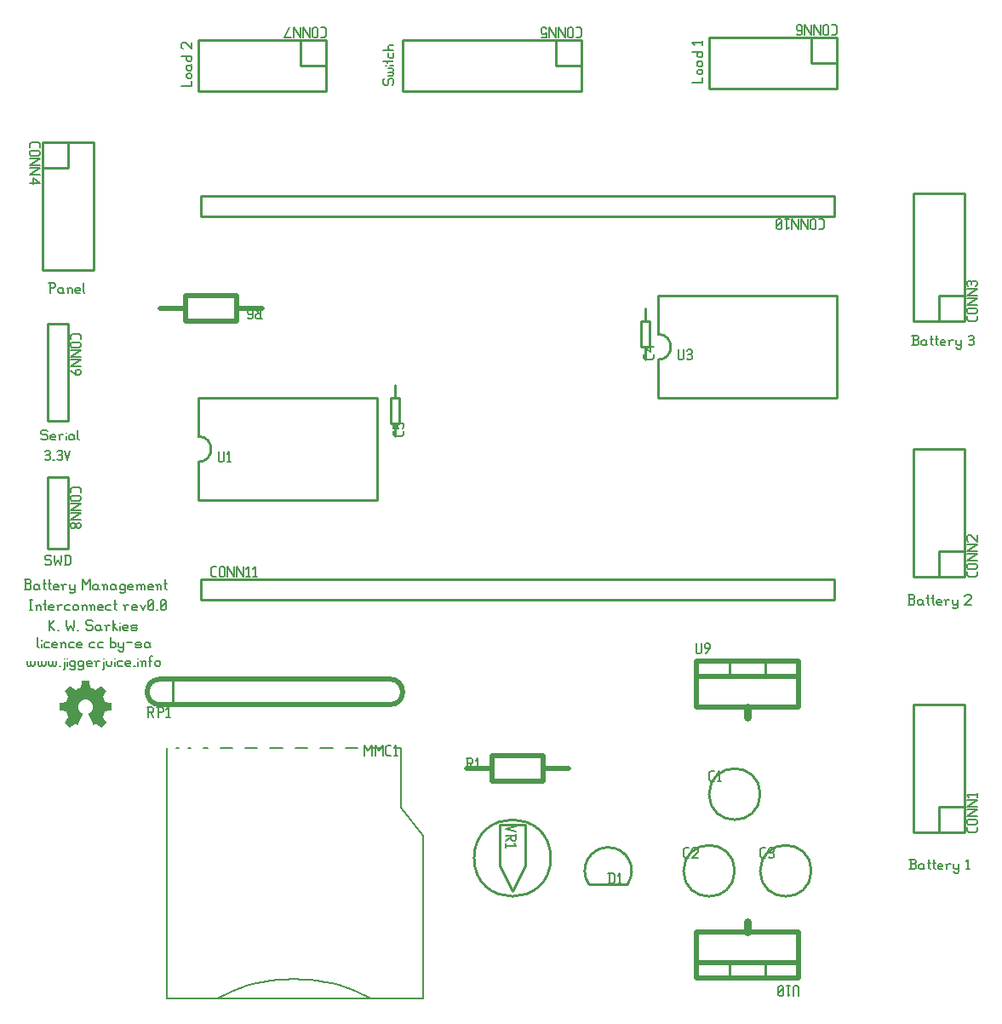
<source format=gto>
G04 start of page 8 for group -4079 idx -4079 *
G04 Title: (unknown), topsilk *
G04 Creator: pcb 20110918 *
G04 CreationDate: Sat 26 Apr 2014 10:08:02 GMT UTC *
G04 For: ksarkies *
G04 Format: Gerber/RS-274X *
G04 PCB-Dimensions: 390000 390000 *
G04 PCB-Coordinate-Origin: lower left *
%MOIN*%
%FSLAX25Y25*%
%LNTOPSILK*%
%ADD102C,0.0079*%
%ADD101C,0.0300*%
%ADD100C,0.0100*%
%ADD99C,0.0200*%
%ADD98C,0.0060*%
%ADD97C,0.0001*%
G54D97*G36*
X29577Y124414D02*X32154D01*
X32237Y124382D01*
X32284Y124306D01*
X32333Y124067D01*
X32377Y123845D01*
X32768Y121713D01*
X32815Y121625D01*
X32898Y121567D01*
X33001Y121523D01*
X33791Y121252D01*
X34541Y120894D01*
X34547D01*
X34634Y120856D01*
X34731Y120842D01*
X34829Y120873D01*
X36602Y122092D01*
X36793Y122217D01*
X36994Y122353D01*
X37080Y122378D01*
X37162Y122342D01*
X37493Y122012D01*
X37997Y121512D01*
X38155Y121349D01*
X38654Y120851D01*
X38816Y120694D01*
X38984Y120520D01*
X39023Y120435D01*
X39001Y120346D01*
X38865Y120145D01*
X38736Y119955D01*
X37547Y118219D01*
X37515Y118127D01*
X37530Y118030D01*
X37575Y117931D01*
X38258Y116325D01*
X38295Y116234D01*
X38358Y116156D01*
X38448Y116109D01*
X40487Y115728D01*
X40711Y115685D01*
X40954Y115642D01*
X41029Y115595D01*
X41058Y115512D01*
Y112935D01*
X41029Y112846D01*
X40954Y112799D01*
X40711Y112756D01*
X40487Y112713D01*
X38508Y112344D01*
X38420Y112296D01*
X38366Y112213D01*
X38338Y112153D01*
Y112142D01*
X37623Y110369D01*
X37618Y110357D01*
X37601Y110314D01*
X37584Y110213D01*
X37612Y110119D01*
X38741Y108487D01*
X38865Y108296D01*
X39006Y108095D01*
X39025Y108009D01*
X38984Y107927D01*
X38816Y107748D01*
X38654Y107591D01*
X37336Y106273D01*
X37162Y106105D01*
X37080Y106064D01*
X36994Y106082D01*
X36793Y106224D01*
X36602Y106348D01*
X35008Y107445D01*
X34909Y107474D01*
X34812Y107455D01*
X34481Y107271D01*
X34287Y107162D01*
X33940Y106984D01*
X33855Y106978D01*
X33793Y107038D01*
X33647Y107395D01*
X33559Y107602D01*
X32176Y110960D01*
X32088Y111166D01*
X31991Y111399D01*
X31987Y111494D01*
X32040Y111567D01*
X32263Y111698D01*
X32404Y111806D01*
X32940Y112252D01*
X33355Y112816D01*
X33622Y113475D01*
X33716Y114205D01*
X33658Y114780D01*
X33493Y115314D01*
X33230Y115799D01*
X32881Y116221D01*
X32461Y116570D01*
X31977Y116834D01*
X31443Y116999D01*
X30869Y117057D01*
X30294Y116999D01*
X29759Y116834D01*
X29276Y116570D01*
X28854Y116221D01*
X28506Y115799D01*
X28244Y115314D01*
X28079Y114780D01*
X28020Y114205D01*
X28113Y113475D01*
X28380Y112816D01*
X28794Y112252D01*
X29333Y111806D01*
X29469Y111698D01*
X29691Y111567D01*
X29745Y111494D01*
X29740Y111399D01*
X29643Y111166D01*
X29555Y110960D01*
X28172Y107602D01*
X28086Y107395D01*
X27938Y107038D01*
X27877Y106978D01*
X27793Y106984D01*
X27451Y107162D01*
X27250Y107271D01*
X26919Y107455D01*
X26820Y107474D01*
X26723Y107445D01*
X25129Y106348D01*
X24944Y106224D01*
X24738Y106082D01*
X24651Y106064D01*
X24569Y106105D01*
X24395Y106273D01*
X24238Y106435D01*
X23740Y106934D01*
X23577Y107092D01*
X23077Y107591D01*
X22915Y107748D01*
X22747Y107927D01*
X22708Y108009D01*
X22730Y108095D01*
X22866Y108296D01*
X22997Y108487D01*
X24119Y110119D01*
X24147Y110213D01*
X24130Y110314D01*
X24108Y110374D01*
X23398Y112148D01*
X23365Y112213D01*
X23311Y112296D01*
X23225Y112344D01*
X21244Y112713D01*
X21022Y112756D01*
X20783Y112799D01*
X20704Y112849D01*
X20675Y112935D01*
Y115512D01*
X20704Y115595D01*
X20783Y115642D01*
X21022Y115691D01*
X21244Y115728D01*
X23284Y116109D01*
X23373Y116156D01*
X23436Y116239D01*
X23473Y116325D01*
X24162Y117931D01*
X24201Y118030D01*
X24218Y118127D01*
X24190Y118219D01*
X22997Y119960D01*
X22866Y120145D01*
X22730Y120346D01*
X22708Y120435D01*
X22747Y120520D01*
X22915Y120694D01*
X23077Y120851D01*
X24569Y122342D01*
X24651Y122378D01*
X24738Y122359D01*
X24944Y122223D01*
X25129Y122092D01*
X26902Y120873D01*
X27000Y120844D01*
X27098Y120862D01*
X27184Y120894D01*
X27195Y120899D01*
X27941Y121253D01*
X28731Y121528D01*
X28834Y121567D01*
X28918Y121625D01*
X28963Y121713D01*
X29361Y123845D01*
X29398Y124067D01*
X29447Y124306D01*
X29494Y124382D01*
X29577Y124414D01*
G37*
G54D98*X15440Y222530D02*X15925Y222045D01*
X13985Y222530D02*X15440D01*
X13500Y222045D02*X13985Y222530D01*
X13500Y222045D02*Y221075D01*
X13985Y220590D01*
X15440D01*
X15925Y220105D01*
Y219135D01*
X15440Y218650D02*X15925Y219135D01*
X13985Y218650D02*X15440D01*
X13500Y219135D02*X13985Y218650D01*
X17574D02*X19029D01*
X17089Y219135D02*X17574Y218650D01*
X17089Y220105D02*Y219135D01*
Y220105D02*X17574Y220590D01*
X18544D01*
X19029Y220105D01*
X17089Y219620D02*X19029D01*
Y220105D02*Y219620D01*
X20678Y220105D02*Y218650D01*
Y220105D02*X21163Y220590D01*
X22133D01*
X20193D02*X20678Y220105D01*
X23297Y221560D02*Y221463D01*
Y220105D02*Y218650D01*
X25722Y220590D02*X26207Y220105D01*
X24752Y220590D02*X25722D01*
X24267Y220105D02*X24752Y220590D01*
X24267Y220105D02*Y219135D01*
X24752Y218650D01*
X26207Y220590D02*Y219135D01*
X26692Y218650D01*
X24752D02*X25722D01*
X26207Y219135D01*
X27856Y222530D02*Y219135D01*
X28341Y218650D01*
X15000Y214045D02*X15485Y214530D01*
X16455D01*
X16940Y214045D01*
X16455Y210650D02*X16940Y211135D01*
X15485Y210650D02*X16455D01*
X15000Y211135D02*X15485Y210650D01*
Y212784D02*X16455D01*
X16940Y214045D02*Y213269D01*
Y212299D02*Y211135D01*
Y212299D02*X16455Y212784D01*
X16940Y213269D02*X16455Y212784D01*
X18104Y210650D02*X18589D01*
X19753Y214045D02*X20238Y214530D01*
X21208D01*
X21693Y214045D01*
X21208Y210650D02*X21693Y211135D01*
X20238Y210650D02*X21208D01*
X19753Y211135D02*X20238Y210650D01*
Y212784D02*X21208D01*
X21693Y214045D02*Y213269D01*
Y212299D02*Y211135D01*
Y212299D02*X21208Y212784D01*
X21693Y213269D02*X21208Y212784D01*
X22857Y214530D02*X23827Y210650D01*
X24797Y214530D01*
X16985Y280030D02*Y276150D01*
X16500Y280030D02*X18440D01*
X18925Y279545D01*
Y278575D01*
X18440Y278090D02*X18925Y278575D01*
X16985Y278090D02*X18440D01*
X21544D02*X22029Y277605D01*
X20574Y278090D02*X21544D01*
X20089Y277605D02*X20574Y278090D01*
X20089Y277605D02*Y276635D01*
X20574Y276150D01*
X22029Y278090D02*Y276635D01*
X22514Y276150D01*
X20574D02*X21544D01*
X22029Y276635D01*
X24163Y277605D02*Y276150D01*
Y277605D02*X24648Y278090D01*
X25133D01*
X25618Y277605D01*
Y276150D01*
X23678Y278090D02*X24163Y277605D01*
X27267Y276150D02*X28722D01*
X26782Y276635D02*X27267Y276150D01*
X26782Y277605D02*Y276635D01*
Y277605D02*X27267Y278090D01*
X28237D01*
X28722Y277605D01*
X26782Y277120D02*X28722D01*
Y277605D02*Y277120D01*
X29886Y280030D02*Y276635D01*
X30371Y276150D01*
X68470Y357000D02*X72350D01*
Y358940D02*Y357000D01*
X70895Y360104D02*X71865D01*
X70895D02*X70410Y360589D01*
Y361559D02*Y360589D01*
Y361559D02*X70895Y362044D01*
X71865D01*
X72350Y361559D02*X71865Y362044D01*
X72350Y361559D02*Y360589D01*
X71865Y360104D02*X72350Y360589D01*
X70410Y364663D02*X70895Y365148D01*
X70410Y364663D02*Y363693D01*
X70895Y363208D02*X70410Y363693D01*
X70895Y363208D02*X71865D01*
X72350Y363693D01*
X70410Y365148D02*X71865D01*
X72350Y365633D01*
Y364663D02*Y363693D01*
Y364663D02*X71865Y365148D01*
X68470Y368737D02*X72350D01*
Y368252D02*X71865Y368737D01*
X72350Y368252D02*Y367282D01*
X71865Y366797D02*X72350Y367282D01*
X70895Y366797D02*X71865D01*
X70895D02*X70410Y367282D01*
Y368252D02*Y367282D01*
Y368252D02*X70895Y368737D01*
X68955Y371647D02*X68470Y372132D01*
Y373587D02*Y372132D01*
Y373587D02*X68955Y374072D01*
X69925D01*
X72350Y371647D02*X69925Y374072D01*
X72350D02*Y371647D01*
X354500Y255650D02*X356440D01*
X356925Y256135D01*
Y257299D02*Y256135D01*
X356440Y257784D02*X356925Y257299D01*
X354985Y257784D02*X356440D01*
X354985Y259530D02*Y255650D01*
X354500Y259530D02*X356440D01*
X356925Y259045D01*
Y258269D01*
X356440Y257784D02*X356925Y258269D01*
X359544Y257590D02*X360029Y257105D01*
X358574Y257590D02*X359544D01*
X358089Y257105D02*X358574Y257590D01*
X358089Y257105D02*Y256135D01*
X358574Y255650D01*
X360029Y257590D02*Y256135D01*
X360514Y255650D01*
X358574D02*X359544D01*
X360029Y256135D01*
X362163Y259530D02*Y256135D01*
X362648Y255650D01*
X361678Y258075D02*X362648D01*
X364103Y259530D02*Y256135D01*
X364588Y255650D01*
X363618Y258075D02*X364588D01*
X366043Y255650D02*X367498D01*
X365558Y256135D02*X366043Y255650D01*
X365558Y257105D02*Y256135D01*
Y257105D02*X366043Y257590D01*
X367013D01*
X367498Y257105D01*
X365558Y256620D02*X367498D01*
Y257105D02*Y256620D01*
X369147Y257105D02*Y255650D01*
Y257105D02*X369632Y257590D01*
X370602D01*
X368662D02*X369147Y257105D01*
X371766Y257590D02*Y256135D01*
X372251Y255650D01*
X373706Y257590D02*Y254680D01*
X373221Y254195D02*X373706Y254680D01*
X372251Y254195D02*X373221D01*
X371766Y254680D02*X372251Y254195D01*
Y255650D02*X373221D01*
X373706Y256135D01*
X376616Y259045D02*X377101Y259530D01*
X378071D01*
X378556Y259045D01*
X378071Y255650D02*X378556Y256135D01*
X377101Y255650D02*X378071D01*
X376616Y256135D02*X377101Y255650D01*
Y257784D02*X378071D01*
X378556Y259045D02*Y258269D01*
Y257299D02*Y256135D01*
Y257299D02*X378071Y257784D01*
X378556Y258269D02*X378071Y257784D01*
X353000Y154150D02*X354940D01*
X355425Y154635D01*
Y155799D02*Y154635D01*
X354940Y156284D02*X355425Y155799D01*
X353485Y156284D02*X354940D01*
X353485Y158030D02*Y154150D01*
X353000Y158030D02*X354940D01*
X355425Y157545D01*
Y156769D01*
X354940Y156284D02*X355425Y156769D01*
X358044Y156090D02*X358529Y155605D01*
X357074Y156090D02*X358044D01*
X356589Y155605D02*X357074Y156090D01*
X356589Y155605D02*Y154635D01*
X357074Y154150D01*
X358529Y156090D02*Y154635D01*
X359014Y154150D01*
X357074D02*X358044D01*
X358529Y154635D01*
X360663Y158030D02*Y154635D01*
X361148Y154150D01*
X360178Y156575D02*X361148D01*
X362603Y158030D02*Y154635D01*
X363088Y154150D01*
X362118Y156575D02*X363088D01*
X364543Y154150D02*X365998D01*
X364058Y154635D02*X364543Y154150D01*
X364058Y155605D02*Y154635D01*
Y155605D02*X364543Y156090D01*
X365513D01*
X365998Y155605D01*
X364058Y155120D02*X365998D01*
Y155605D02*Y155120D01*
X367647Y155605D02*Y154150D01*
Y155605D02*X368132Y156090D01*
X369102D01*
X367162D02*X367647Y155605D01*
X370266Y156090D02*Y154635D01*
X370751Y154150D01*
X372206Y156090D02*Y153180D01*
X371721Y152695D02*X372206Y153180D01*
X370751Y152695D02*X371721D01*
X370266Y153180D02*X370751Y152695D01*
Y154150D02*X371721D01*
X372206Y154635D01*
X375116Y157545D02*X375601Y158030D01*
X377056D01*
X377541Y157545D01*
Y156575D01*
X375116Y154150D02*X377541Y156575D01*
X375116Y154150D02*X377541D01*
X353500Y50650D02*X355440D01*
X355925Y51135D01*
Y52299D02*Y51135D01*
X355440Y52784D02*X355925Y52299D01*
X353985Y52784D02*X355440D01*
X353985Y54530D02*Y50650D01*
X353500Y54530D02*X355440D01*
X355925Y54045D01*
Y53269D01*
X355440Y52784D02*X355925Y53269D01*
X358544Y52590D02*X359029Y52105D01*
X357574Y52590D02*X358544D01*
X357089Y52105D02*X357574Y52590D01*
X357089Y52105D02*Y51135D01*
X357574Y50650D01*
X359029Y52590D02*Y51135D01*
X359514Y50650D01*
X357574D02*X358544D01*
X359029Y51135D01*
X361163Y54530D02*Y51135D01*
X361648Y50650D01*
X360678Y53075D02*X361648D01*
X363103Y54530D02*Y51135D01*
X363588Y50650D01*
X362618Y53075D02*X363588D01*
X365043Y50650D02*X366498D01*
X364558Y51135D02*X365043Y50650D01*
X364558Y52105D02*Y51135D01*
Y52105D02*X365043Y52590D01*
X366013D01*
X366498Y52105D01*
X364558Y51620D02*X366498D01*
Y52105D02*Y51620D01*
X368147Y52105D02*Y50650D01*
Y52105D02*X368632Y52590D01*
X369602D01*
X367662D02*X368147Y52105D01*
X370766Y52590D02*Y51135D01*
X371251Y50650D01*
X372706Y52590D02*Y49680D01*
X372221Y49195D02*X372706Y49680D01*
X371251Y49195D02*X372221D01*
X370766Y49680D02*X371251Y49195D01*
Y50650D02*X372221D01*
X372706Y51135D01*
X375616Y53754D02*X376392Y54530D01*
Y50650D01*
X375616D02*X377071D01*
X147470Y359440D02*X147955Y359925D01*
X147470Y359440D02*Y357985D01*
X147955Y357500D02*X147470Y357985D01*
X147955Y357500D02*X148925D01*
X149410Y357985D01*
Y359440D02*Y357985D01*
Y359440D02*X149895Y359925D01*
X150865D01*
X151350Y359440D02*X150865Y359925D01*
X151350Y359440D02*Y357985D01*
X150865Y357500D02*X151350Y357985D01*
X149410Y361089D02*X150865D01*
X151350Y361574D01*
Y362059D02*Y361574D01*
Y362059D02*X150865Y362544D01*
X149410D02*X150865D01*
X151350Y363029D01*
Y363514D02*Y363029D01*
Y363514D02*X150865Y363999D01*
X149410D02*X150865D01*
X148440Y365163D02*X148537D01*
X149895D02*X151350D01*
X147470Y366618D02*X150865D01*
X151350Y367103D01*
X148925D02*Y366133D01*
X149410Y370013D02*Y368558D01*
X149895Y368073D02*X149410Y368558D01*
X149895Y368073D02*X150865D01*
X151350Y368558D01*
Y370013D02*Y368558D01*
X147470Y371177D02*X151350D01*
X149895D02*X149410Y371662D01*
Y372632D02*Y371662D01*
Y372632D02*X149895Y373117D01*
X151350D01*
X268470Y358500D02*X272350D01*
Y360440D02*Y358500D01*
X270895Y361604D02*X271865D01*
X270895D02*X270410Y362089D01*
Y363059D02*Y362089D01*
Y363059D02*X270895Y363544D01*
X271865D01*
X272350Y363059D02*X271865Y363544D01*
X272350Y363059D02*Y362089D01*
X271865Y361604D02*X272350Y362089D01*
X270410Y366163D02*X270895Y366648D01*
X270410Y366163D02*Y365193D01*
X270895Y364708D02*X270410Y365193D01*
X270895Y364708D02*X271865D01*
X272350Y365193D01*
X270410Y366648D02*X271865D01*
X272350Y367133D01*
Y366163D02*Y365193D01*
Y366163D02*X271865Y366648D01*
X268470Y370237D02*X272350D01*
Y369752D02*X271865Y370237D01*
X272350Y369752D02*Y368782D01*
X271865Y368297D02*X272350Y368782D01*
X270895Y368297D02*X271865D01*
X270895D02*X270410Y368782D01*
Y369752D02*Y368782D01*
Y369752D02*X270895Y370237D01*
X269246Y373147D02*X268470Y373923D01*
X272350D01*
Y374602D02*Y373147D01*
X7000Y160050D02*X8980D01*
X9475Y160545D01*
Y161733D02*Y160545D01*
X8980Y162228D02*X9475Y161733D01*
X7495Y162228D02*X8980D01*
X7495Y164010D02*Y160050D01*
X7000Y164010D02*X8980D01*
X9475Y163515D01*
Y162723D01*
X8980Y162228D02*X9475Y162723D01*
X12148Y162030D02*X12643Y161535D01*
X11158Y162030D02*X12148D01*
X10663Y161535D02*X11158Y162030D01*
X10663Y161535D02*Y160545D01*
X11158Y160050D01*
X12643Y162030D02*Y160545D01*
X13138Y160050D01*
X11158D02*X12148D01*
X12643Y160545D01*
X14821Y164010D02*Y160545D01*
X15316Y160050D01*
X14326Y162525D02*X15316D01*
X16801Y164010D02*Y160545D01*
X17296Y160050D01*
X16306Y162525D02*X17296D01*
X18781Y160050D02*X20266D01*
X18286Y160545D02*X18781Y160050D01*
X18286Y161535D02*Y160545D01*
Y161535D02*X18781Y162030D01*
X19771D01*
X20266Y161535D01*
X18286Y161040D02*X20266D01*
Y161535D02*Y161040D01*
X21949Y161535D02*Y160050D01*
Y161535D02*X22444Y162030D01*
X23434D01*
X21454D02*X21949Y161535D01*
X24622Y162030D02*Y160545D01*
X25117Y160050D01*
X26602Y162030D02*Y159060D01*
X26107Y158565D02*X26602Y159060D01*
X25117Y158565D02*X26107D01*
X24622Y159060D02*X25117Y158565D01*
Y160050D02*X26107D01*
X26602Y160545D01*
X29572Y164010D02*Y160050D01*
Y164010D02*X31057Y162030D01*
X32542Y164010D01*
Y160050D01*
X35215Y162030D02*X35710Y161535D01*
X34225Y162030D02*X35215D01*
X33730Y161535D02*X34225Y162030D01*
X33730Y161535D02*Y160545D01*
X34225Y160050D01*
X35710Y162030D02*Y160545D01*
X36205Y160050D01*
X34225D02*X35215D01*
X35710Y160545D01*
X37888Y161535D02*Y160050D01*
Y161535D02*X38383Y162030D01*
X38878D01*
X39373Y161535D01*
Y160050D01*
X37393Y162030D02*X37888Y161535D01*
X42046Y162030D02*X42541Y161535D01*
X41056Y162030D02*X42046D01*
X40561Y161535D02*X41056Y162030D01*
X40561Y161535D02*Y160545D01*
X41056Y160050D01*
X42541Y162030D02*Y160545D01*
X43036Y160050D01*
X41056D02*X42046D01*
X42541Y160545D01*
X45709Y162030D02*X46204Y161535D01*
X44719Y162030D02*X45709D01*
X44224Y161535D02*X44719Y162030D01*
X44224Y161535D02*Y160545D01*
X44719Y160050D01*
X45709D01*
X46204Y160545D01*
X44224Y159060D02*X44719Y158565D01*
X45709D01*
X46204Y159060D01*
Y162030D02*Y159060D01*
X47887Y160050D02*X49372D01*
X47392Y160545D02*X47887Y160050D01*
X47392Y161535D02*Y160545D01*
Y161535D02*X47887Y162030D01*
X48877D01*
X49372Y161535D01*
X47392Y161040D02*X49372D01*
Y161535D02*Y161040D01*
X51055Y161535D02*Y160050D01*
Y161535D02*X51550Y162030D01*
X52045D01*
X52540Y161535D01*
Y160050D01*
Y161535D02*X53035Y162030D01*
X53530D01*
X54025Y161535D01*
Y160050D01*
X50560Y162030D02*X51055Y161535D01*
X55708Y160050D02*X57193D01*
X55213Y160545D02*X55708Y160050D01*
X55213Y161535D02*Y160545D01*
Y161535D02*X55708Y162030D01*
X56698D01*
X57193Y161535D01*
X55213Y161040D02*X57193D01*
Y161535D02*Y161040D01*
X58876Y161535D02*Y160050D01*
Y161535D02*X59371Y162030D01*
X59866D01*
X60361Y161535D01*
Y160050D01*
X58381Y162030D02*X58876Y161535D01*
X62044Y164010D02*Y160545D01*
X62539Y160050D01*
X61549Y162525D02*X62539D01*
X9000Y156000D02*X10000D01*
X9500D02*Y152000D01*
X9000D02*X10000D01*
X11700Y153500D02*Y152000D01*
Y153500D02*X12200Y154000D01*
X12700D01*
X13200Y153500D01*
Y152000D01*
X11200Y154000D02*X11700Y153500D01*
X14900Y156000D02*Y152500D01*
X15400Y152000D01*
X14400Y154500D02*X15400D01*
X16900Y152000D02*X18400D01*
X16400Y152500D02*X16900Y152000D01*
X16400Y153500D02*Y152500D01*
Y153500D02*X16900Y154000D01*
X17900D01*
X18400Y153500D01*
X16400Y153000D02*X18400D01*
Y153500D02*Y153000D01*
X20100Y153500D02*Y152000D01*
Y153500D02*X20600Y154000D01*
X21600D01*
X19600D02*X20100Y153500D01*
X23300Y154000D02*X24800D01*
X22800Y153500D02*X23300Y154000D01*
X22800Y153500D02*Y152500D01*
X23300Y152000D01*
X24800D01*
X26000Y153500D02*Y152500D01*
Y153500D02*X26500Y154000D01*
X27500D01*
X28000Y153500D01*
Y152500D01*
X27500Y152000D02*X28000Y152500D01*
X26500Y152000D02*X27500D01*
X26000Y152500D02*X26500Y152000D01*
X29700Y153500D02*Y152000D01*
Y153500D02*X30200Y154000D01*
X30700D01*
X31200Y153500D01*
Y152000D01*
X29200Y154000D02*X29700Y153500D01*
X32900D02*Y152000D01*
Y153500D02*X33400Y154000D01*
X33900D01*
X34400Y153500D01*
Y152000D01*
X32400Y154000D02*X32900Y153500D01*
X36100Y152000D02*X37600D01*
X35600Y152500D02*X36100Y152000D01*
X35600Y153500D02*Y152500D01*
Y153500D02*X36100Y154000D01*
X37100D01*
X37600Y153500D01*
X35600Y153000D02*X37600D01*
Y153500D02*Y153000D01*
X39300Y154000D02*X40800D01*
X38800Y153500D02*X39300Y154000D01*
X38800Y153500D02*Y152500D01*
X39300Y152000D01*
X40800D01*
X42500Y156000D02*Y152500D01*
X43000Y152000D01*
X42000Y154500D02*X43000D01*
X46300Y153500D02*Y152000D01*
Y153500D02*X46800Y154000D01*
X47800D01*
X45800D02*X46300Y153500D01*
X49500Y152000D02*X51000D01*
X49000Y152500D02*X49500Y152000D01*
X49000Y153500D02*Y152500D01*
Y153500D02*X49500Y154000D01*
X50500D01*
X51000Y153500D01*
X49000Y153000D02*X51000D01*
Y153500D02*Y153000D01*
X52200Y154000D02*X53200Y152000D01*
X54200Y154000D02*X53200Y152000D01*
X55400Y152500D02*X55900Y152000D01*
X55400Y155500D02*Y152500D01*
Y155500D02*X55900Y156000D01*
X56900D01*
X57400Y155500D01*
Y152500D01*
X56900Y152000D02*X57400Y152500D01*
X55900Y152000D02*X56900D01*
X55400Y153000D02*X57400Y155000D01*
X58600Y152000D02*X59100D01*
X60300Y152500D02*X60800Y152000D01*
X60300Y155500D02*Y152500D01*
Y155500D02*X60800Y156000D01*
X61800D01*
X62300Y155500D01*
Y152500D01*
X61800Y152000D02*X62300Y152500D01*
X60800Y152000D02*X61800D01*
X60300Y153000D02*X62300Y155000D01*
X16940Y173530D02*X17425Y173045D01*
X15485Y173530D02*X16940D01*
X15000Y173045D02*X15485Y173530D01*
X15000Y173045D02*Y172075D01*
X15485Y171590D01*
X16940D01*
X17425Y171105D01*
Y170135D01*
X16940Y169650D02*X17425Y170135D01*
X15485Y169650D02*X16940D01*
X15000Y170135D02*X15485Y169650D01*
X18589Y173530D02*Y171590D01*
X19074Y169650D01*
X20044Y171590D01*
X21014Y169650D01*
X21499Y171590D01*
Y173530D02*Y171590D01*
X23148Y173530D02*Y169650D01*
X24409Y173530D02*X25088Y172851D01*
Y170329D01*
X24409Y169650D02*X25088Y170329D01*
X22663Y169650D02*X24409D01*
X22663Y173530D02*X24409D01*
X16700Y148100D02*Y144100D01*
Y146100D02*X18700Y148100D01*
X16700Y146100D02*X18700Y144100D01*
X19900D02*X20400D01*
X23400Y148100D02*Y146100D01*
X23900Y144100D01*
X24900Y146100D01*
X25900Y144100D01*
X26400Y146100D01*
Y148100D02*Y146100D01*
X27600Y144100D02*X28100D01*
X33100Y148100D02*X33600Y147600D01*
X31600Y148100D02*X33100D01*
X31100Y147600D02*X31600Y148100D01*
X31100Y147600D02*Y146600D01*
X31600Y146100D01*
X33100D01*
X33600Y145600D01*
Y144600D01*
X33100Y144100D02*X33600Y144600D01*
X31600Y144100D02*X33100D01*
X31100Y144600D02*X31600Y144100D01*
X36300Y146100D02*X36800Y145600D01*
X35300Y146100D02*X36300D01*
X34800Y145600D02*X35300Y146100D01*
X34800Y145600D02*Y144600D01*
X35300Y144100D01*
X36800Y146100D02*Y144600D01*
X37300Y144100D01*
X35300D02*X36300D01*
X36800Y144600D01*
X39000Y145600D02*Y144100D01*
Y145600D02*X39500Y146100D01*
X40500D01*
X38500D02*X39000Y145600D01*
X41700Y148100D02*Y144100D01*
Y145600D02*X43200Y144100D01*
X41700Y145600D02*X42700Y146600D01*
X44400Y147100D02*Y147000D01*
Y145600D02*Y144100D01*
X45900D02*X47400D01*
X45400Y144600D02*X45900Y144100D01*
X45400Y145600D02*Y144600D01*
Y145600D02*X45900Y146100D01*
X46900D01*
X47400Y145600D01*
X45400Y145100D02*X47400D01*
Y145600D02*Y145100D01*
X49100Y144100D02*X50600D01*
X51100Y144600D01*
X50600Y145100D02*X51100Y144600D01*
X49100Y145100D02*X50600D01*
X48600Y145600D02*X49100Y145100D01*
X48600Y145600D02*X49100Y146100D01*
X50600D01*
X51100Y145600D01*
X48600Y144600D02*X49100Y144100D01*
X12100Y141300D02*Y137800D01*
X12600Y137300D01*
X13600Y140300D02*Y140200D01*
Y138800D02*Y137300D01*
X15100Y139300D02*X16600D01*
X14600Y138800D02*X15100Y139300D01*
X14600Y138800D02*Y137800D01*
X15100Y137300D01*
X16600D01*
X18300D02*X19800D01*
X17800Y137800D02*X18300Y137300D01*
X17800Y138800D02*Y137800D01*
Y138800D02*X18300Y139300D01*
X19300D01*
X19800Y138800D01*
X17800Y138300D02*X19800D01*
Y138800D02*Y138300D01*
X21500Y138800D02*Y137300D01*
Y138800D02*X22000Y139300D01*
X22500D01*
X23000Y138800D01*
Y137300D01*
X21000Y139300D02*X21500Y138800D01*
X24700Y139300D02*X26200D01*
X24200Y138800D02*X24700Y139300D01*
X24200Y138800D02*Y137800D01*
X24700Y137300D01*
X26200D01*
X27900D02*X29400D01*
X27400Y137800D02*X27900Y137300D01*
X27400Y138800D02*Y137800D01*
Y138800D02*X27900Y139300D01*
X28900D01*
X29400Y138800D01*
X27400Y138300D02*X29400D01*
Y138800D02*Y138300D01*
X32900Y139300D02*X34400D01*
X32400Y138800D02*X32900Y139300D01*
X32400Y138800D02*Y137800D01*
X32900Y137300D01*
X34400D01*
X36100Y139300D02*X37600D01*
X35600Y138800D02*X36100Y139300D01*
X35600Y138800D02*Y137800D01*
X36100Y137300D01*
X37600D01*
X40600Y141300D02*Y137300D01*
Y137800D02*X41100Y137300D01*
X42100D01*
X42600Y137800D01*
Y138800D02*Y137800D01*
X42100Y139300D02*X42600Y138800D01*
X41100Y139300D02*X42100D01*
X40600Y138800D02*X41100Y139300D01*
X43800D02*Y137800D01*
X44300Y137300D01*
X45800Y139300D02*Y136300D01*
X45300Y135800D02*X45800Y136300D01*
X44300Y135800D02*X45300D01*
X43800Y136300D02*X44300Y135800D01*
Y137300D02*X45300D01*
X45800Y137800D01*
X47000Y139300D02*X49000D01*
X50700Y137300D02*X52200D01*
X52700Y137800D01*
X52200Y138300D02*X52700Y137800D01*
X50700Y138300D02*X52200D01*
X50200Y138800D02*X50700Y138300D01*
X50200Y138800D02*X50700Y139300D01*
X52200D01*
X52700Y138800D01*
X50200Y137800D02*X50700Y137300D01*
X55400Y139300D02*X55900Y138800D01*
X54400Y139300D02*X55400D01*
X53900Y138800D02*X54400Y139300D01*
X53900Y138800D02*Y137800D01*
X54400Y137300D01*
X55900Y139300D02*Y137800D01*
X56400Y137300D01*
X54400D02*X55400D01*
X55900Y137800D01*
X8000Y132100D02*Y130600D01*
X8500Y130100D01*
X9000D01*
X9500Y130600D01*
Y132100D02*Y130600D01*
X10000Y130100D01*
X10500D01*
X11000Y130600D01*
Y132100D02*Y130600D01*
X12200Y132100D02*Y130600D01*
X12700Y130100D01*
X13200D01*
X13700Y130600D01*
Y132100D02*Y130600D01*
X14200Y130100D01*
X14700D01*
X15200Y130600D01*
Y132100D02*Y130600D01*
X16400Y132100D02*Y130600D01*
X16900Y130100D01*
X17400D01*
X17900Y130600D01*
Y132100D02*Y130600D01*
X18400Y130100D01*
X18900D01*
X19400Y130600D01*
Y132100D02*Y130600D01*
X20600Y130100D02*X21100D01*
X22800Y133100D02*Y133000D01*
Y131600D02*Y129100D01*
X22300Y128600D02*X22800Y129100D01*
X23800Y133100D02*Y133000D01*
Y131600D02*Y130100D01*
X26300Y132100D02*X26800Y131600D01*
X25300Y132100D02*X26300D01*
X24800Y131600D02*X25300Y132100D01*
X24800Y131600D02*Y130600D01*
X25300Y130100D01*
X26300D01*
X26800Y130600D01*
X24800Y129100D02*X25300Y128600D01*
X26300D01*
X26800Y129100D01*
Y132100D02*Y129100D01*
X29500Y132100D02*X30000Y131600D01*
X28500Y132100D02*X29500D01*
X28000Y131600D02*X28500Y132100D01*
X28000Y131600D02*Y130600D01*
X28500Y130100D01*
X29500D01*
X30000Y130600D01*
X28000Y129100D02*X28500Y128600D01*
X29500D01*
X30000Y129100D01*
Y132100D02*Y129100D01*
X31700Y130100D02*X33200D01*
X31200Y130600D02*X31700Y130100D01*
X31200Y131600D02*Y130600D01*
Y131600D02*X31700Y132100D01*
X32700D01*
X33200Y131600D01*
X31200Y131100D02*X33200D01*
Y131600D02*Y131100D01*
X34900Y131600D02*Y130100D01*
Y131600D02*X35400Y132100D01*
X36400D01*
X34400D02*X34900Y131600D01*
X38100Y133100D02*Y133000D01*
Y131600D02*Y129100D01*
X37600Y128600D02*X38100Y129100D01*
X39100Y132100D02*Y130600D01*
X39600Y130100D01*
X40600D01*
X41100Y130600D01*
Y132100D02*Y130600D01*
X42300Y133100D02*Y133000D01*
Y131600D02*Y130100D01*
X43800Y132100D02*X45300D01*
X43300Y131600D02*X43800Y132100D01*
X43300Y131600D02*Y130600D01*
X43800Y130100D01*
X45300D01*
X47000D02*X48500D01*
X46500Y130600D02*X47000Y130100D01*
X46500Y131600D02*Y130600D01*
Y131600D02*X47000Y132100D01*
X48000D01*
X48500Y131600D01*
X46500Y131100D02*X48500D01*
Y131600D02*Y131100D01*
X49700Y130100D02*X50200D01*
X51400Y133100D02*Y133000D01*
Y131600D02*Y130100D01*
X52900Y131600D02*Y130100D01*
Y131600D02*X53400Y132100D01*
X53900D01*
X54400Y131600D01*
Y130100D01*
X52400Y132100D02*X52900Y131600D01*
X56100Y133600D02*Y130100D01*
Y133600D02*X56600Y134100D01*
X57100D01*
X55600Y132100D02*X56600D01*
X58100Y131600D02*Y130600D01*
Y131600D02*X58600Y132100D01*
X59600D01*
X60100Y131600D01*
Y130600D01*
X59600Y130100D02*X60100Y130600D01*
X58600Y130100D02*X59600D01*
X58100Y130600D02*X58600Y130100D01*
G54D99*X270000Y8000D02*X310000D01*
X270000Y26000D02*Y8000D01*
Y26000D02*X310000D01*
Y8000D01*
X270000D02*X310000D01*
X270000Y14000D02*Y8000D01*
Y14000D02*X310000D01*
Y8000D01*
G54D100*X297000Y14000D02*Y8000D01*
X283000Y14000D02*Y8000D01*
G54D101*X290000Y30000D02*Y26000D01*
G54D100*X265000Y50000D02*G75*G03X265000Y50000I10000J0D01*G01*
X295000D02*G75*G03X295000Y50000I10000J0D01*G01*
X76000Y156000D02*Y164000D01*
X324000Y156000D02*X76000D01*
X324000Y164000D02*Y156000D01*
X76000Y164000D02*X324000D01*
G54D99*X60000Y115000D02*X150000D01*
X60000Y125000D02*X150000D01*
G54D100*X65000D02*Y115000D01*
G54D99*X60000Y125000D02*G75*G03X60000Y115000I0J-5000D01*G01*
X150000D02*G75*G03X150000Y125000I0J5000D01*G01*
X190000Y95000D02*X210000D01*
Y85000D01*
X190000D01*
Y95000D01*
X180000Y90000D02*X190000D01*
X210000D02*X220000D01*
G54D100*X193000Y68000D02*X203000D01*
X193000D02*Y52000D01*
X198000Y42000D02*X193000Y52000D01*
X203000D02*X198000Y42000D01*
X203000Y68000D02*Y52000D01*
X213000Y55000D02*G75*G03X213000Y55000I-15000J0D01*G01*
G54D102*X124803Y6497D02*X127244Y6025D01*
X112441Y7678D02*X116142Y7481D01*
X154488Y98032D02*Y74606D01*
X163110Y63583D02*X154488Y74606D01*
X163149Y1D02*X62559D01*
X97638Y6025D02*X94921Y5316D01*
X62559Y98032D02*Y1D01*
X87992Y2796D02*X85866Y1723D01*
X163149Y63583D02*Y1D01*
X118543Y7284D02*X121417Y6970D01*
X92244Y4489D02*X90197Y3741D01*
X131181Y4962D02*X132638Y4489D01*
X139016Y1723D02*X142559Y1D01*
X90197Y3741D02*X87992Y2796D01*
X116142Y7481D02*X118543Y7284D01*
X136890Y2796D02*X139016Y1723D01*
X85866D02*X82323Y1D01*
X108740Y7481D02*X106339Y7284D01*
X127244Y6025D02*X129961Y5316D01*
X112441Y7678D02*X108740Y7481D01*
X121417Y6970D02*X124803Y6497D01*
X106339Y7284D02*X103465Y6970D01*
X94921Y5316D02*X93701Y4962D01*
X100079Y6497D02*X97638Y6025D01*
X103465Y6970D02*X100079Y6497D01*
X134685Y3741D02*X136890Y2796D01*
X129961Y5316D02*X131181Y4962D01*
X93701D02*X92244Y4489D01*
X132638D02*X134685Y3741D01*
X154488Y98032D02*X152244D01*
X147362Y98031D02*X142480D01*
X137519D02*X132637D01*
X127677Y98030D02*X122795D01*
X117834D02*X112952D01*
X98148D02*X93266D01*
X107992D02*X103110D01*
X88306Y98031D02*X83740D01*
X78779D02*X77047D01*
X72086Y98032D02*X71181D01*
X66457Y98030D02*X67401D01*
X62559Y98032D02*X62677D01*
G54D99*X270000Y132000D02*X310000D01*
Y114000D01*
X270000D02*X310000D01*
X270000Y132000D02*Y114000D01*
Y132000D02*X310000D01*
Y126000D01*
X270000D02*X310000D01*
X270000Y132000D02*Y126000D01*
G54D100*X283000Y132000D02*Y126000D01*
X297000Y132000D02*Y126000D01*
G54D101*X290000Y114000D02*Y110000D01*
G54D100*X243100Y44800D02*X227900D01*
X243127Y44855D02*G75*G03X227873Y44855I-7627J5145D01*G01*
X275000Y80000D02*G75*G03X275000Y80000I10000J0D01*G01*
X375000Y115000D02*Y65000D01*
X355000Y115000D02*X375000D01*
X355000D02*Y65000D01*
X375000D01*
X365000Y75000D02*X375000D01*
X365000D02*Y65000D01*
X375000Y215000D02*Y165000D01*
X355000Y215000D02*X375000D01*
X355000D02*Y165000D01*
X375000D01*
X365000Y175000D02*X375000D01*
X365000D02*Y165000D01*
X250000Y255000D02*Y250000D01*
Y270000D02*Y265000D01*
X248400D02*Y255000D01*
Y265000D02*X251600D01*
Y255000D01*
X248400D02*X251600D01*
X255000Y235000D02*X325000D01*
Y275000D02*Y235000D01*
X255000Y275000D02*X325000D01*
X255000Y250000D02*Y235000D01*
Y275000D02*Y260000D01*
Y250000D02*G75*G03X255000Y260000I0J5000D01*G01*
X275000Y376000D02*X325000D01*
X275000D02*Y356000D01*
X325000D01*
Y376000D02*Y356000D01*
X315000Y376000D02*Y366000D01*
X325000D01*
X375000Y315000D02*Y265000D01*
X355000Y315000D02*X375000D01*
X355000D02*Y265000D01*
X375000D01*
X365000Y275000D02*X375000D01*
X365000D02*Y265000D01*
X324000Y314000D02*Y306000D01*
X76000Y314000D02*X324000D01*
X76000D02*Y306000D01*
X324000D01*
G54D99*X70000Y265000D02*X90000D01*
X70000Y275000D02*Y265000D01*
Y275000D02*X90000D01*
Y265000D01*
Y270000D02*X100000D01*
X60000D02*X70000D01*
G54D100*X16000Y264000D02*X24000D01*
X16000D02*Y226000D01*
X24000D01*
Y264000D02*Y226000D01*
X16000Y204000D02*X24000D01*
X16000D02*Y176000D01*
X24000D01*
Y204000D02*Y176000D01*
X75000Y195000D02*X145000D01*
Y235000D02*Y195000D01*
X75000Y235000D02*X145000D01*
X75000Y210000D02*Y195000D01*
Y235000D02*Y220000D01*
Y210000D02*G75*G03X75000Y220000I0J5000D01*G01*
X152000Y225000D02*Y220000D01*
Y240000D02*Y235000D01*
X150400D02*Y225000D01*
Y235000D02*X153600D01*
Y225000D01*
X150400D02*X153600D01*
X155000Y375000D02*X225000D01*
X155000D02*Y355000D01*
X225000D01*
Y375000D02*Y355000D01*
X215000Y375000D02*Y365000D01*
X225000D01*
X75000Y375000D02*X125000D01*
X75000D02*Y355000D01*
X125000D01*
Y375000D02*Y355000D01*
X115000Y375000D02*Y365000D01*
X125000D01*
X14000Y335000D02*Y285000D01*
X34000D01*
Y335000D01*
X14000D01*
Y325000D02*X24000D01*
Y335000D01*
G54D98*X98000Y266000D02*X100000D01*
X98000D02*X97500Y266500D01*
Y267500D02*Y266500D01*
X98000Y268000D02*X97500Y267500D01*
X98000Y268000D02*X99500D01*
Y270000D02*Y266000D01*
X98700Y268000D02*X97500Y270000D01*
X94800Y266000D02*X94300Y266500D01*
X94800Y266000D02*X95800D01*
X96300Y266500D02*X95800Y266000D01*
X96300Y269500D02*Y266500D01*
Y269500D02*X95800Y270000D01*
X94800Y267800D02*X94300Y268300D01*
X94800Y267800D02*X96300D01*
X94800Y270000D02*X95800D01*
X94800D02*X94300Y269500D01*
Y268300D01*
X25000Y259300D02*Y258000D01*
X25700Y260000D02*X25000Y259300D01*
X25700Y260000D02*X28300D01*
X29000Y259300D01*
Y258000D01*
X25500Y256800D02*X28500D01*
X29000Y256300D01*
Y255300D01*
X28500Y254800D01*
X25500D02*X28500D01*
X25000Y255300D02*X25500Y254800D01*
X25000Y256300D02*Y255300D01*
X25500Y256800D02*X25000Y256300D01*
Y253600D02*X29000D01*
X25000Y251100D01*
X29000D01*
X25000Y249900D02*X29000D01*
X25000Y247400D01*
X29000D01*
X25000Y245700D02*X27000Y244200D01*
X28500D01*
X29000Y244700D02*X28500Y244200D01*
X29000Y245700D02*Y244700D01*
X28500Y246200D02*X29000Y245700D01*
X27500Y246200D02*X28500D01*
X27500D02*X27000Y245700D01*
Y244200D01*
X25000Y199300D02*Y198000D01*
X25700Y200000D02*X25000Y199300D01*
X25700Y200000D02*X28300D01*
X29000Y199300D01*
Y198000D01*
X25500Y196800D02*X28500D01*
X29000Y196300D01*
Y195300D01*
X28500Y194800D01*
X25500D02*X28500D01*
X25000Y195300D02*X25500Y194800D01*
X25000Y196300D02*Y195300D01*
X25500Y196800D02*X25000Y196300D01*
Y193600D02*X29000D01*
X25000Y191100D01*
X29000D01*
X25000Y189900D02*X29000D01*
X25000Y187400D01*
X29000D01*
X25500Y186200D02*X25000Y185700D01*
X25500Y186200D02*X26300D01*
X27000Y185500D01*
Y184900D01*
X26300Y184200D01*
X25500D02*X26300D01*
X25000Y184700D02*X25500Y184200D01*
X25000Y185700D02*Y184700D01*
X27700Y186200D02*X27000Y185500D01*
X27700Y186200D02*X28500D01*
X29000Y185700D01*
Y184700D01*
X28500Y184200D01*
X27700D02*X28500D01*
X27000Y184900D02*X27700Y184200D01*
X83000Y214000D02*Y210500D01*
X83500Y210000D01*
X84500D01*
X85000Y210500D01*
Y214000D02*Y210500D01*
X86200Y213200D02*X87000Y214000D01*
Y210000D01*
X86200D02*X87700D01*
X55000Y114000D02*X57000D01*
X57500Y113500D01*
Y112500D01*
X57000Y112000D02*X57500Y112500D01*
X55500Y112000D02*X57000D01*
X55500Y114000D02*Y110000D01*
X56300Y112000D02*X57500Y110000D01*
X59200Y114000D02*Y110000D01*
X58700Y114000D02*X60700D01*
X61200Y113500D01*
Y112500D01*
X60700Y112000D02*X61200Y112500D01*
X59200Y112000D02*X60700D01*
X62400Y113200D02*X63200Y114000D01*
Y110000D01*
X62400D02*X63900D01*
X80700Y165000D02*X82000D01*
X80000Y165700D02*X80700Y165000D01*
X80000Y168300D02*Y165700D01*
Y168300D02*X80700Y169000D01*
X82000D01*
X83200Y168500D02*Y165500D01*
Y168500D02*X83700Y169000D01*
X84700D01*
X85200Y168500D01*
Y165500D01*
X84700Y165000D02*X85200Y165500D01*
X83700Y165000D02*X84700D01*
X83200Y165500D02*X83700Y165000D01*
X86400Y169000D02*Y165000D01*
Y169000D02*X88900Y165000D01*
Y169000D02*Y165000D01*
X90100Y169000D02*Y165000D01*
Y169000D02*X92600Y165000D01*
Y169000D02*Y165000D01*
X93800Y168200D02*X94600Y169000D01*
Y165000D01*
X93800D02*X95300D01*
X96500Y168200D02*X97300Y169000D01*
Y165000D01*
X96500D02*X98000D01*
X180000Y94000D02*X182000D01*
X182500Y93500D01*
Y92500D01*
X182000Y92000D02*X182500Y92500D01*
X180500Y92000D02*X182000D01*
X180500Y94000D02*Y90000D01*
X181300Y92000D02*X182500Y90000D01*
X183700Y93200D02*X184500Y94000D01*
Y90000D01*
X183700D02*X185200D01*
X140000Y99000D02*Y95000D01*
Y99000D02*X141500Y97000D01*
X143000Y99000D01*
Y95000D01*
X144200Y99000D02*Y95000D01*
Y99000D02*X145700Y97000D01*
X147200Y99000D01*
Y95000D01*
X149100D02*X150400D01*
X148400Y95700D02*X149100Y95000D01*
X148400Y98300D02*Y95700D01*
Y98300D02*X149100Y99000D01*
X150400D01*
X151600Y98200D02*X152400Y99000D01*
Y95000D01*
X151600D02*X153100D01*
X155400Y222000D02*Y220700D01*
X154700Y220000D02*X155400Y220700D01*
X152100Y220000D02*X154700D01*
X152100D02*X151400Y220700D01*
Y222000D02*Y220700D01*
Y225200D02*Y223200D01*
X153400D01*
X152900Y223700D01*
Y224700D02*Y223700D01*
Y224700D02*X153400Y225200D01*
X154900D01*
X155400Y224700D02*X154900Y225200D01*
X155400Y224700D02*Y223700D01*
X154900Y223200D02*X155400Y223700D01*
X123000Y380000D02*X124300D01*
X125000Y379300D02*X124300Y380000D01*
X125000Y379300D02*Y376700D01*
X124300Y376000D01*
X123000D02*X124300D01*
X121800Y379500D02*Y376500D01*
X121300Y376000D01*
X120300D02*X121300D01*
X120300D02*X119800Y376500D01*
Y379500D02*Y376500D01*
X120300Y380000D02*X119800Y379500D01*
X120300Y380000D02*X121300D01*
X121800Y379500D02*X121300Y380000D01*
X118600D02*Y376000D01*
X116100Y380000D01*
Y376000D01*
X114900Y380000D02*Y376000D01*
X112400Y380000D01*
Y376000D01*
X110700Y380000D02*X108700Y376000D01*
X111200D01*
X9000Y334300D02*Y333000D01*
X9700Y335000D02*X9000Y334300D01*
X9700Y335000D02*X12300D01*
X13000Y334300D01*
Y333000D01*
X9500Y331800D02*X12500D01*
X13000Y331300D01*
Y330300D01*
X12500Y329800D01*
X9500D02*X12500D01*
X9000Y330300D02*X9500Y329800D01*
X9000Y331300D02*Y330300D01*
X9500Y331800D02*X9000Y331300D01*
Y328600D02*X13000D01*
X9000Y326100D01*
X13000D01*
X9000Y324900D02*X13000D01*
X9000Y322400D01*
X13000D01*
X10500Y321200D02*X13000Y319200D01*
X10500Y321200D02*Y318700D01*
X9000Y319200D02*X13000D01*
X223000Y380000D02*X224300D01*
X225000Y379300D02*X224300Y380000D01*
X225000Y379300D02*Y376700D01*
X224300Y376000D01*
X223000D02*X224300D01*
X221800Y379500D02*Y376500D01*
X221300Y376000D01*
X220300D02*X221300D01*
X220300D02*X219800Y376500D01*
Y379500D02*Y376500D01*
X220300Y380000D02*X219800Y379500D01*
X220300Y380000D02*X221300D01*
X221800Y379500D02*X221300Y380000D01*
X218600D02*Y376000D01*
X216100Y380000D01*
Y376000D01*
X214900Y380000D02*Y376000D01*
X212400Y380000D01*
Y376000D01*
X209200D02*X211200D01*
Y378000D02*Y376000D01*
Y378000D02*X210700Y377500D01*
X209700D02*X210700D01*
X209700D02*X209200Y378000D01*
Y379500D02*Y378000D01*
X209700Y380000D02*X209200Y379500D01*
X209700Y380000D02*X210700D01*
X211200Y379500D02*X210700Y380000D01*
X323000Y381000D02*X324300D01*
X325000Y380300D02*X324300Y381000D01*
X325000Y380300D02*Y377700D01*
X324300Y377000D01*
X323000D02*X324300D01*
X321800Y380500D02*Y377500D01*
X321300Y377000D01*
X320300D02*X321300D01*
X320300D02*X319800Y377500D01*
Y380500D02*Y377500D01*
X320300Y381000D02*X319800Y380500D01*
X320300Y381000D02*X321300D01*
X321800Y380500D02*X321300Y381000D01*
X318600D02*Y377000D01*
X316100Y381000D01*
Y377000D01*
X314900Y381000D02*Y377000D01*
X312400Y381000D01*
Y377000D01*
X309700D02*X309200Y377500D01*
X309700Y377000D02*X310700D01*
X311200Y377500D02*X310700Y377000D01*
X311200Y380500D02*Y377500D01*
Y380500D02*X310700Y381000D01*
X309700Y378800D02*X309200Y379300D01*
X309700Y378800D02*X311200D01*
X309700Y381000D02*X310700D01*
X309700D02*X309200Y380500D01*
Y379300D01*
X310000Y4500D02*Y1000D01*
Y4500D02*X309500Y5000D01*
X308500D02*X309500D01*
X308500D02*X308000Y4500D01*
Y1000D01*
X306800Y1800D02*X306000Y1000D01*
Y5000D02*Y1000D01*
X305300Y5000D02*X306800D01*
X304100Y4500D02*X303600Y5000D01*
X304100Y4500D02*Y1500D01*
X303600Y1000D01*
X302600D02*X303600D01*
X302600D02*X302100Y1500D01*
Y4500D02*Y1500D01*
X302600Y5000D02*X302100Y4500D01*
X302600Y5000D02*X303600D01*
X304100Y4000D02*X302100Y2000D01*
X236000Y49000D02*Y45000D01*
X237300Y49000D02*X238000Y48300D01*
Y45700D01*
X237300Y45000D02*X238000Y45700D01*
X235500Y45000D02*X237300D01*
X235500Y49000D02*X237300D01*
X239200Y48200D02*X240000Y49000D01*
Y45000D01*
X239200D02*X240700D01*
X265700Y55000D02*X267000D01*
X265000Y55700D02*X265700Y55000D01*
X265000Y58300D02*Y55700D01*
Y58300D02*X265700Y59000D01*
X267000D01*
X268200Y58500D02*X268700Y59000D01*
X270200D01*
X270700Y58500D01*
Y57500D01*
X268200Y55000D02*X270700Y57500D01*
X268200Y55000D02*X270700D01*
X270000Y139000D02*Y135500D01*
X270500Y135000D01*
X271500D01*
X272000Y135500D01*
Y139000D02*Y135500D01*
X273700Y135000D02*X275200Y137000D01*
Y138500D02*Y137000D01*
X274700Y139000D02*X275200Y138500D01*
X273700Y139000D02*X274700D01*
X273200Y138500D02*X273700Y139000D01*
X273200Y138500D02*Y137500D01*
X273700Y137000D01*
X275200D01*
X295700Y55000D02*X297000D01*
X295000Y55700D02*X295700Y55000D01*
X295000Y58300D02*Y55700D01*
Y58300D02*X295700Y59000D01*
X297000D01*
X298200Y58500D02*X298700Y59000D01*
X299700D01*
X300200Y58500D01*
X299700Y55000D02*X300200Y55500D01*
X298700Y55000D02*X299700D01*
X298200Y55500D02*X298700Y55000D01*
Y57200D02*X299700D01*
X300200Y58500D02*Y57700D01*
Y56700D02*Y55500D01*
Y56700D02*X299700Y57200D01*
X300200Y57700D02*X299700Y57200D01*
X275700Y85000D02*X277000D01*
X275000Y85700D02*X275700Y85000D01*
X275000Y88300D02*Y85700D01*
Y88300D02*X275700Y89000D01*
X277000D01*
X278200Y88200D02*X279000Y89000D01*
Y85000D01*
X278200D02*X279700D01*
X380000Y67000D02*Y65700D01*
X379300Y65000D02*X380000Y65700D01*
X376700Y65000D02*X379300D01*
X376700D02*X376000Y65700D01*
Y67000D02*Y65700D01*
X376500Y68200D02*X379500D01*
X376500D02*X376000Y68700D01*
Y69700D02*Y68700D01*
Y69700D02*X376500Y70200D01*
X379500D01*
X380000Y69700D02*X379500Y70200D01*
X380000Y69700D02*Y68700D01*
X379500Y68200D02*X380000Y68700D01*
X376000Y71400D02*X380000D01*
X376000D02*X380000Y73900D01*
X376000D02*X380000D01*
X376000Y75100D02*X380000D01*
X376000D02*X380000Y77600D01*
X376000D02*X380000D01*
X376800Y78800D02*X376000Y79600D01*
X380000D01*
Y80300D02*Y78800D01*
Y167000D02*Y165700D01*
X379300Y165000D02*X380000Y165700D01*
X376700Y165000D02*X379300D01*
X376700D02*X376000Y165700D01*
Y167000D02*Y165700D01*
X376500Y168200D02*X379500D01*
X376500D02*X376000Y168700D01*
Y169700D02*Y168700D01*
Y169700D02*X376500Y170200D01*
X379500D01*
X380000Y169700D02*X379500Y170200D01*
X380000Y169700D02*Y168700D01*
X379500Y168200D02*X380000Y168700D01*
X376000Y171400D02*X380000D01*
X376000D02*X380000Y173900D01*
X376000D02*X380000D01*
X376000Y175100D02*X380000D01*
X376000D02*X380000Y177600D01*
X376000D02*X380000D01*
X376500Y178800D02*X376000Y179300D01*
Y180800D02*Y179300D01*
Y180800D02*X376500Y181300D01*
X377500D01*
X380000Y178800D02*X377500Y181300D01*
X380000D02*Y178800D01*
X253400Y252000D02*Y250700D01*
X252700Y250000D02*X253400Y250700D01*
X250100Y250000D02*X252700D01*
X250100D02*X249400Y250700D01*
Y252000D02*Y250700D01*
X251900Y253200D02*X249400Y255200D01*
X251900Y255700D02*Y253200D01*
X249400Y255200D02*X253400D01*
X318000Y305000D02*X319300D01*
X320000Y304300D02*X319300Y305000D01*
X320000Y304300D02*Y301700D01*
X319300Y301000D01*
X318000D02*X319300D01*
X316800Y304500D02*Y301500D01*
X316300Y301000D01*
X315300D02*X316300D01*
X315300D02*X314800Y301500D01*
Y304500D02*Y301500D01*
X315300Y305000D02*X314800Y304500D01*
X315300Y305000D02*X316300D01*
X316800Y304500D02*X316300Y305000D01*
X313600D02*Y301000D01*
X311100Y305000D01*
Y301000D01*
X309900Y305000D02*Y301000D01*
X307400Y305000D01*
Y301000D01*
X306200Y301800D02*X305400Y301000D01*
Y305000D02*Y301000D01*
X304700Y305000D02*X306200D01*
X303500Y304500D02*X303000Y305000D01*
X303500Y304500D02*Y301500D01*
X303000Y301000D01*
X302000D02*X303000D01*
X302000D02*X301500Y301500D01*
Y304500D02*Y301500D01*
X302000Y305000D02*X301500Y304500D01*
X302000Y305000D02*X303000D01*
X303500Y304000D02*X301500Y302000D01*
X263000Y254000D02*Y250500D01*
X263500Y250000D01*
X264500D01*
X265000Y250500D01*
Y254000D02*Y250500D01*
X266200Y253500D02*X266700Y254000D01*
X267700D01*
X268200Y253500D01*
X267700Y250000D02*X268200Y250500D01*
X266700Y250000D02*X267700D01*
X266200Y250500D02*X266700Y250000D01*
Y252200D02*X267700D01*
X268200Y253500D02*Y252700D01*
Y251700D02*Y250500D01*
Y251700D02*X267700Y252200D01*
X268200Y252700D02*X267700Y252200D01*
X380000Y267000D02*Y265700D01*
X379300Y265000D02*X380000Y265700D01*
X376700Y265000D02*X379300D01*
X376700D02*X376000Y265700D01*
Y267000D02*Y265700D01*
X376500Y268200D02*X379500D01*
X376500D02*X376000Y268700D01*
Y269700D02*Y268700D01*
Y269700D02*X376500Y270200D01*
X379500D01*
X380000Y269700D02*X379500Y270200D01*
X380000Y269700D02*Y268700D01*
X379500Y268200D02*X380000Y268700D01*
X376000Y271400D02*X380000D01*
X376000D02*X380000Y273900D01*
X376000D02*X380000D01*
X376000Y275100D02*X380000D01*
X376000D02*X380000Y277600D01*
X376000D02*X380000D01*
X376500Y278800D02*X376000Y279300D01*
Y280300D02*Y279300D01*
Y280300D02*X376500Y280800D01*
X380000Y280300D02*X379500Y280800D01*
X380000Y280300D02*Y279300D01*
X379500Y278800D02*X380000Y279300D01*
X377800Y280300D02*Y279300D01*
X376500Y280800D02*X377300D01*
X378300D02*X379500D01*
X378300D02*X377800Y280300D01*
X377300Y280800D02*X377800Y280300D01*
X199500Y67500D02*X195500Y66500D01*
X199500Y65500D01*
Y64300D02*Y62300D01*
X199000Y61800D01*
X198000D02*X199000D01*
X197500Y62300D02*X198000Y61800D01*
X197500Y63800D02*Y62300D01*
X195500Y63800D02*X199500D01*
X197500Y63000D02*X195500Y61800D01*
X198700Y60600D02*X199500Y59800D01*
X195500D02*X199500D01*
X195500Y60600D02*Y59100D01*
M02*

</source>
